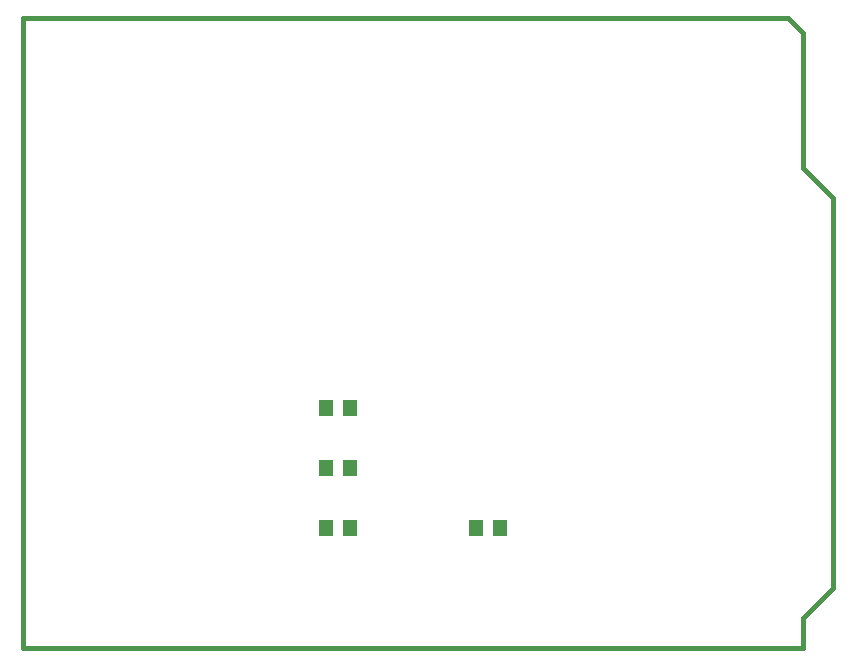
<source format=gtp>
G75*
%MOIN*%
%OFA0B0*%
%FSLAX25Y25*%
%IPPOS*%
%LPD*%
%AMOC8*
5,1,8,0,0,1.08239X$1,22.5*
%
%ADD10C,0.01600*%
%ADD11R,0.04724X0.05512*%
%ADD12C,0.00000*%
D10*
X0005000Y0005000D02*
X0005000Y0215000D01*
X0260000Y0215000D01*
X0265000Y0210000D01*
X0265000Y0165000D01*
X0275000Y0155000D01*
X0275000Y0025000D01*
X0265000Y0015000D01*
X0265000Y0005000D01*
X0005000Y0005000D01*
D11*
X0105963Y0045000D03*
X0114037Y0045000D03*
X0114037Y0065000D03*
X0105963Y0065000D03*
X0105963Y0085000D03*
X0114037Y0085000D03*
X0155963Y0045000D03*
X0164037Y0045000D03*
D12*
X0005000Y0005000D02*
X0005000Y0215000D01*
X0259000Y0215000D01*
X0265000Y0209000D01*
X0265000Y0164000D01*
X0275000Y0154000D01*
X0275000Y0025000D01*
X0265000Y0015000D01*
X0265000Y0005000D01*
X0005000Y0005000D01*
M02*

</source>
